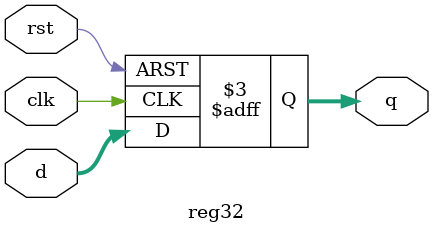
<source format=v>
module reg32 (d,clk,rst,q); 
    input [31:0] d;    // 32Î»Êý¾ÝÊäÈë
    input clk, rst;    // Ê±ÖÓ¡¢¸´Î»ÐÅºÅ    
    output reg [31:0] q; // Êä³ö
    always @(negedge rst or posedge clk)
        if (!rst) q <= 0;//¸´Î»
        else q <= d;
endmodule

</source>
